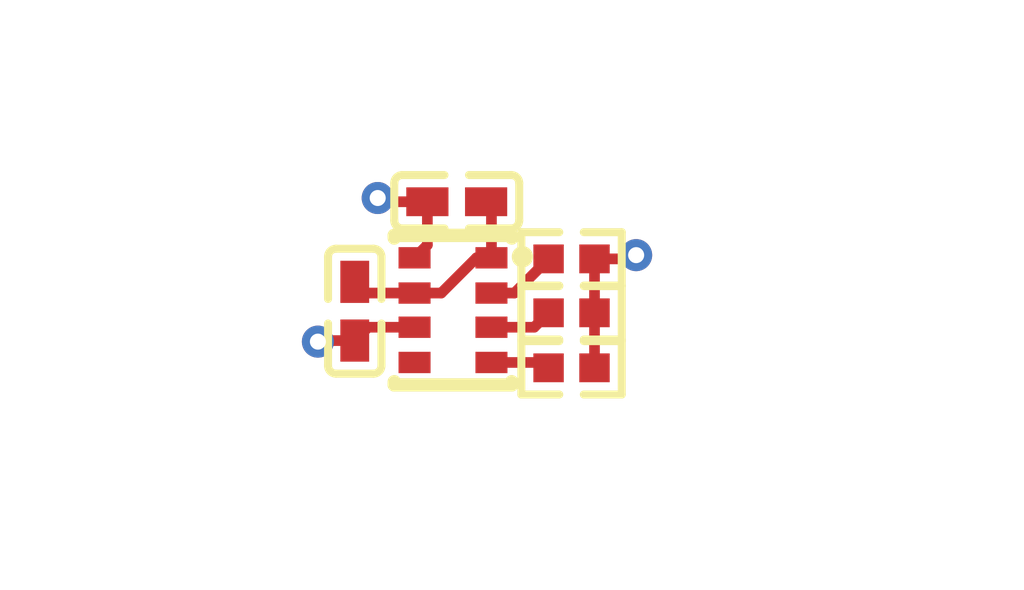
<source format=kicad_pcb>
(kicad_pcb (version 20241229) (generator "pcbnew") (generator_version "9.0")
  (layers (0 "F.Cu" signal) (2 "B.Cu" signal) (13 "F.Paste" user) (15 "B.Paste" user) (5 "F.SilkS" user "F.Silkscreen") (7 "B.SilkS" user "B.Silkscreen") (1 "F.Mask" user) (3 "B.Mask" user) (25 "Edge.Cuts" user))
  (net 0 "")
  (net 1 "address_bit_0")
  (net 2 "GND")
  (net 3 "power_core-VCC")
  (net 4 "CSB")
  (net 5 "MOSI")
  (net 6 "SCL")
  (net 7 "power_io-VCC")
  (footprint "UNI_ROYAL_0402WGF1002TCE:R0402" (layer "F.Cu") (at 152.21 84.83 180)
    (property "Reference" "R3" (hide yes))
    (property "Value" "10kΩ ±1% 62.5mW")
    (fp_line (start -0.23 0.5) (end -0.94 0.5) (stroke (width 0.15)) (layer "F.SilkS"))
    (fp_line (start -0.94 0.5) (end -0.94 -0.5) (stroke (width 0.15)) (layer "F.SilkS"))
    (fp_line (start -0.94 -0.5) (end -0.23 -0.5) (stroke (width 0.15)) (layer "F.SilkS"))
    (fp_line (start 0.23 0.5) (end 0.94 0.5) (stroke (width 0.15)) (layer "F.SilkS"))
    (fp_line (start 0.94 0.5) (end 0.94 -0.5) (stroke (width 0.15)) (layer "F.SilkS"))
    (fp_line (start 0.94 -0.5) (end 0.23 -0.5) (stroke (width 0.15)) (layer "F.SilkS"))
    (pad "2" smd rect (at 0.43 0 180) (size 0.57 0.54) (layers "F.Cu" "F.Paste" "F.Mask") (net 5 "MOSI"))
    (pad "1" smd rect (at -0.43 0 180) (size 0.57 0.54) (layers "F.Cu" "F.Paste" "F.Mask") (net 7 "power_io-VCC"))
  )
  (footprint "Samsung_Electro_Mechanics_CL05B104KO5NNNC:C0402" (layer "F.Cu") (at 148.15 84.8 90)
    (property "Reference" "C2" (hide yes))
    (property "Value" "100nF ±10% 16V X7R")
    (fp_line (start 1.02 -0.5) (end 0.23 -0.5) (stroke (width 0.15)) (layer "F.SilkS"))
    (fp_line (start 0.23 0.5) (end 1.02 0.5) (stroke (width 0.15)) (layer "F.SilkS"))
    (fp_line (start 1.17 0.35) (end 1.17 -0.35) (stroke (width 0.15)) (layer "F.SilkS"))
    (fp_line (start -1.02 -0.5) (end -0.23 -0.5) (stroke (width 0.15)) (layer "F.SilkS"))
    (fp_line (start -0.23 0.5) (end -1.02 0.5) (stroke (width 0.15)) (layer "F.SilkS"))
    (fp_line (start -1.17 0.35) (end -1.17 -0.35) (stroke (width 0.15)) (layer "F.SilkS"))
    (fp_arc (start 1.17 0.35) (mid 1.1260660171779822 0.456066017177982) (end 1.02 0.4999999999999999) (stroke (width 0.15)) (layer "F.SilkS"))
    (fp_arc (start 1.02 -0.5) (mid 1.1260660171779822 -0.4560660171779821) (end 1.17 -0.35) (stroke (width 0.15)) (layer "F.SilkS"))
    (fp_arc (start -1.17 0.35) (mid -1.1260660171779822 0.456066017177982) (end -1.02 0.4999999999999999) (stroke (width 0.15)) (layer "F.SilkS"))
    (fp_arc (start -1.02 -0.5) (mid -1.1260660171779822 -0.4560660171779821) (end -1.17 -0.35) (stroke (width 0.15)) (layer "F.SilkS"))
    (pad "2" smd rect (at 0.55 0 90) (size 0.79 0.54) (layers "F.Cu" "F.Paste" "F.Mask") (net 2 "GND"))
    (pad "1" smd rect (at -0.55 0 90) (size 0.79 0.54) (layers "F.Cu" "F.Paste" "F.Mask") (net 7 "power_io-VCC"))
  )
  (footprint "UNI_ROYAL_0402WGF1002TCE:R0402" (layer "F.Cu") (at 152.21 83.82 180)
    (property "Reference" "R1" (hide yes))
    (property "Value" "10kΩ ±1% 62.5mW")
    (fp_line (start -0.23 0.5) (end -0.94 0.5) (stroke (width 0.15)) (layer "F.SilkS"))
    (fp_line (start -0.94 0.5) (end -0.94 -0.5) (stroke (width 0.15)) (layer "F.SilkS"))
    (fp_line (start -0.94 -0.5) (end -0.23 -0.5) (stroke (width 0.15)) (layer "F.SilkS"))
    (fp_line (start 0.23 0.5) (end 0.94 0.5) (stroke (width 0.15)) (layer "F.SilkS"))
    (fp_line (start 0.94 0.5) (end 0.94 -0.5) (stroke (width 0.15)) (layer "F.SilkS"))
    (fp_line (start 0.94 -0.5) (end 0.23 -0.5) (stroke (width 0.15)) (layer "F.SilkS"))
    (pad "2" smd rect (at 0.43 0 180) (size 0.57 0.54) (layers "F.Cu" "F.Paste" "F.Mask") (net 4 "CSB"))
    (pad "1" smd rect (at -0.43 0 180) (size 0.57 0.54) (layers "F.Cu" "F.Paste" "F.Mask") (net 7 "power_io-VCC"))
  )
  (footprint "Bosch_Sensortec_BMP280:LGA-8_L2.5-W2.0-P0.65_AMP6127" (layer "F.Cu") (at 149.99 84.78 0)
    (property "Reference" "U1" (hide yes))
    (property "Value" "")
    (fp_line (start 1.1 1.34) (end 1.1 1.4) (stroke (width 0.25)) (layer "F.SilkS"))
    (fp_line (start 1.1 -1.4) (end 1.1 -1.35) (stroke (width 0.25)) (layer "F.SilkS"))
    (fp_line (start -1.1 1.34) (end -1.1 1.4) (stroke (width 0.25)) (layer "F.SilkS"))
    (fp_line (start -1.1 -1.4) (end -1.1 -1.35) (stroke (width 0.25)) (layer "F.SilkS"))
    (fp_line (start -1.1 1.4) (end 1.1 1.4) (stroke (width 0.25)) (layer "F.SilkS"))
    (fp_line (start -1.1 -1.4) (end 1.1 -1.4) (stroke (width 0.25)) (layer "F.SilkS"))
    (fp_circle (center 1.3 -1) (end 1.4 -1) (stroke (width 0.2)) (fill no) (layer "F.SilkS"))
    (pad "5" smd rect (at -0.72 0.98 0) (size 0.6 0.4) (layers "F.Cu" "F.Paste" "F.Mask") (net 1 "address_bit_0"))
    (pad "6" smd rect (at -0.72 0.32 0) (size 0.6 0.4) (layers "F.Cu" "F.Paste" "F.Mask") (net 7 "power_io-VCC"))
    (pad "7" smd rect (at -0.72 -0.32 0) (size 0.6 0.4) (layers "F.Cu" "F.Paste" "F.Mask") (net 2 "GND"))
    (pad "8" smd rect (at -0.72 -0.98 0) (size 0.6 0.4) (layers "F.Cu" "F.Paste" "F.Mask") (net 3 "power_core-VCC"))
    (pad "4" smd rect (at 0.72 0.98 0) (size 0.6 0.4) (layers "F.Cu" "F.Paste" "F.Mask") (net 6 "SCL"))
    (pad "3" smd rect (at 0.72 0.32 0) (size 0.6 0.4) (layers "F.Cu" "F.Paste" "F.Mask") (net 5 "MOSI"))
    (pad "2" smd rect (at 0.72 -0.32 0) (size 0.6 0.4) (layers "F.Cu" "F.Paste" "F.Mask") (net 4 "CSB"))
    (pad "1" smd rect (at 0.72 -0.98 0) (size 0.6 0.4) (layers "F.Cu" "F.Paste" "F.Mask") (net 2 "GND"))
  )
  (footprint "UNI_ROYAL_0402WGF1002TCE:R0402" (layer "F.Cu") (at 152.21 85.86 180)
    (property "Reference" "R2" (hide yes))
    (property "Value" "10kΩ ±1% 62.5mW")
    (fp_line (start -0.23 0.5) (end -0.94 0.5) (stroke (width 0.15)) (layer "F.SilkS"))
    (fp_line (start -0.94 0.5) (end -0.94 -0.5) (stroke (width 0.15)) (layer "F.SilkS"))
    (fp_line (start -0.94 -0.5) (end -0.23 -0.5) (stroke (width 0.15)) (layer "F.SilkS"))
    (fp_line (start 0.23 0.5) (end 0.94 0.5) (stroke (width 0.15)) (layer "F.SilkS"))
    (fp_line (start 0.94 0.5) (end 0.94 -0.5) (stroke (width 0.15)) (layer "F.SilkS"))
    (fp_line (start 0.94 -0.5) (end 0.23 -0.5) (stroke (width 0.15)) (layer "F.SilkS"))
    (pad "2" smd rect (at 0.43 0 180) (size 0.57 0.54) (layers "F.Cu" "F.Paste" "F.Mask") (net 6 "SCL"))
    (pad "1" smd rect (at -0.43 0 180) (size 0.57 0.54) (layers "F.Cu" "F.Paste" "F.Mask") (net 7 "power_io-VCC"))
  )
  (footprint "Samsung_Electro_Mechanics_CL05B104KO5NNNC:C0402" (layer "F.Cu") (at 150.06 82.75 0)
    (property "Reference" "C1" (hide yes))
    (property "Value" "100nF ±10% 16V X7R")
    (fp_line (start 1.02 -0.5) (end 0.23 -0.5) (stroke (width 0.15)) (layer "F.SilkS"))
    (fp_line (start 0.23 0.5) (end 1.02 0.5) (stroke (width 0.15)) (layer "F.SilkS"))
    (fp_line (start 1.17 0.35) (end 1.17 -0.35) (stroke (width 0.15)) (layer "F.SilkS"))
    (fp_line (start -1.02 -0.5) (end -0.23 -0.5) (stroke (width 0.15)) (layer "F.SilkS"))
    (fp_line (start -0.23 0.5) (end -1.02 0.5) (stroke (width 0.15)) (layer "F.SilkS"))
    (fp_line (start -1.17 0.35) (end -1.17 -0.35) (stroke (width 0.15)) (layer "F.SilkS"))
    (fp_arc (start 1.17 0.35) (mid 1.1260660171779822 0.456066017177982) (end 1.02 0.4999999999999999) (stroke (width 0.15)) (layer "F.SilkS"))
    (fp_arc (start 1.02 -0.5) (mid 1.1260660171779822 -0.4560660171779821) (end 1.17 -0.35) (stroke (width 0.15)) (layer "F.SilkS"))
    (fp_arc (start -1.17 0.35) (mid -1.1260660171779822 0.456066017177982) (end -1.02 0.4999999999999999) (stroke (width 0.15)) (layer "F.SilkS"))
    (fp_arc (start -1.02 -0.5) (mid -1.1260660171779822 -0.4560660171779821) (end -1.17 -0.35) (stroke (width 0.15)) (layer "F.SilkS"))
    (pad "2" smd rect (at 0.55 0 0) (size 0.79 0.54) (layers "F.Cu" "F.Paste" "F.Mask") (net 2 "GND"))
    (pad "1" smd rect (at -0.55 0 0) (size 0.79 0.54) (layers "F.Cu" "F.Paste" "F.Mask") (net 3 "power_core-VCC"))
  )
  (via (at 148.58 82.68) (size 0.6) (drill 0.3) (layers "F.Cu" "B.Cu") (net 3))
  (via (at 147.46 85.37) (size 0.6) (drill 0.3) (layers "F.Cu" "B.Cu") (net 7))
  (via (at 153.42 83.75) (size 0.6) (drill 0.3) (layers "F.Cu" "B.Cu") (net 7))
  (segment (start 150.71 82.85) (end 150.61 82.75) (width 0.2) (net 2) (layer "F.Cu"))
  (segment (start 149.27 84.46) (end 149.77 84.46) (width 0.2) (net 2) (layer "F.Cu"))
  (segment (start 150.43 83.8) (end 150.71 83.8) (width 0.2) (net 2) (layer "F.Cu"))
  (segment (start 150.71 83.8) (end 150.71 82.85) (width 0.2) (net 2) (layer "F.Cu"))
  (segment (start 149.77 84.46) (end 150.43 83.8) (width 0.2) (net 2) (layer "F.Cu"))
  (segment (start 148.36 84.46) (end 148.15 84.25) (width 0.2) (net 2) (layer "F.Cu"))
  (segment (start 149.27 84.46) (end 148.36 84.46) (width 0.2) (net 2) (layer "F.Cu"))
  (segment (start 149.51 83.56) (end 149.27 83.8) (width 0.2) (net 3) (layer "F.Cu"))
  (segment (start 149.51 82.75) (end 149.51 83.56) (width 0.2) (net 3) (layer "F.Cu"))
  (segment (start 149.51 82.75) (end 148.65 82.75) (width 0.2) (net 3) (layer "F.Cu"))
  (segment (start 148.65 82.75) (end 148.58 82.68) (width 0.2) (net 3) (layer "F.Cu"))
  (segment (start 150.72 84.45) (end 150.71 84.46) (width 0.2) (net 4) (layer "F.Cu"))
  (segment (start 151.14 84.46) (end 151.78 83.82) (width 0.2) (net 4) (layer "F.Cu"))
  (segment (start 150.71 84.46) (end 151.14 84.46) (width 0.2) (net 4) (layer "F.Cu"))
  (segment (start 151.51 85.1) (end 150.71 85.1) (width 0.2) (net 5) (layer "F.Cu"))
  (segment (start 151.78 84.83) (end 151.51 85.1) (width 0.2) (net 5) (layer "F.Cu"))
  (segment (start 150.71 85.76) (end 151.68 85.76) (width 0.2) (net 6) (layer "F.Cu"))
  (segment (start 151.68 85.76) (end 151.78 85.86) (width 0.2) (net 6) (layer "F.Cu"))
  (segment (start 148.15 85.35) (end 147.48 85.35) (width 0.2) (net 7) (layer "F.Cu"))
  (segment (start 147.48 85.35) (end 147.46 85.37) (width 0.2) (net 7) (layer "F.Cu"))
  (segment (start 152.64 83.82) (end 153.35 83.82) (width 0.2) (net 7) (layer "F.Cu"))
  (segment (start 148.15 85.35) (end 148.4 85.1) (width 0.2) (net 7) (layer "F.Cu"))
  (segment (start 153.35 83.82) (end 153.42 83.75) (width 0.2) (net 7) (layer "F.Cu"))
  (segment (start 148.4 85.1) (end 149.27 85.1) (width 0.2) (net 7) (layer "F.Cu"))
  (segment (start 152.64 85.86) (end 152.64 83.82) (width 0.2) (net 7) (layer "F.Cu"))
)
</source>
